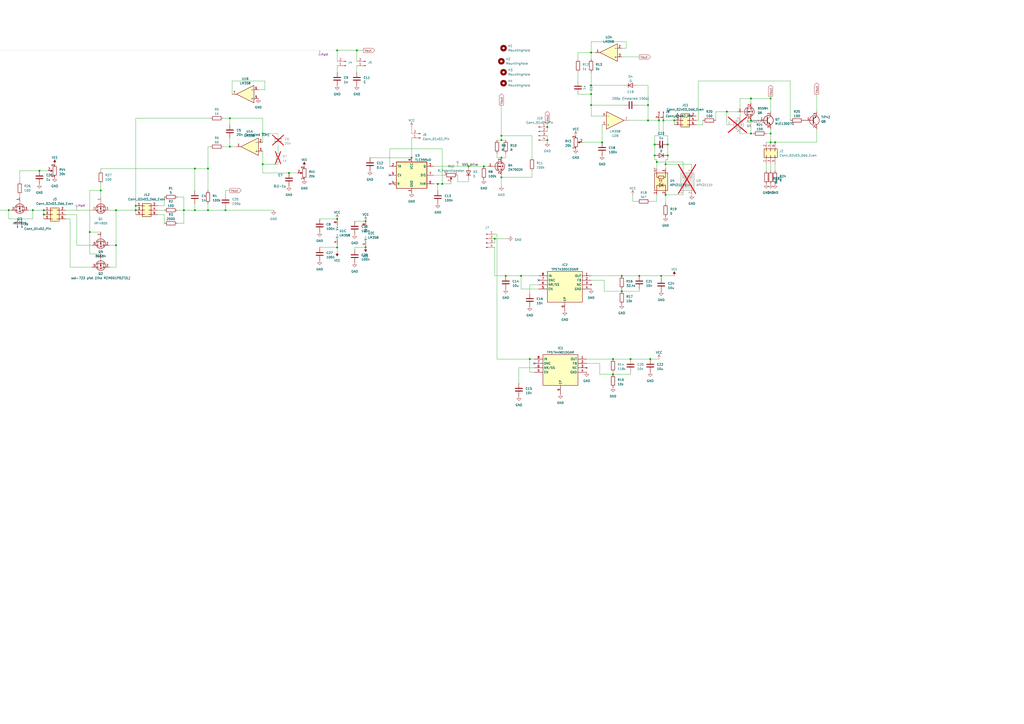
<source format=kicad_sch>
(kicad_sch (version 20230121) (generator eeschema)
  (paper "A2")
  (junction (at 130.81 121.92))
  (junction (at 449.58 82.55))
  (junction (at 167.64 100.33))
  (junction (at -17.78 29.21))
  (junction (at 113.03 121.92))
  (junction (at 421.64 64.77))
  (junction (at 387.35 90.17))
  (junction (at 342.9 49.53))
  (junction (at 383.54 160.02))
  (junction (at 365.76 208.28))
  (junction (at 370.84 160.02))
  (junction (at 290.83 78.74))
  (junction (at -26.67 121.92))
  (junction (at 22.86 99.06))
  (junction (at 293.37 160.02))
  (junction (at 355.6 208.28))
  (junction (at 25.4 124.46))
  (junction (at 195.58 127))
  (junction (at -17.78 121.92))
  (junction (at 58.42 110.49))
  (junction (at 435.61 57.15))
  (junction (at 317.5 73.66))
  (junction (at 271.78 96.52))
  (junction (at 387.35 83.82))
  (junction (at 78.74 121.92))
  (junction (at 307.34 208.28))
  (junction (at 133.35 68.58))
  (junction (at 355.6 217.17))
  (junction (at 120.65 121.92))
  (junction (at 435.61 77.47))
  (junction (at 302.26 160.02))
  (junction (at 435.61 69.85))
  (junction (at -35.56 29.21))
  (junction (at 391.16 69.85))
  (junction (at 447.04 57.15))
  (junction (at 120.65 97.79))
  (junction (at 360.68 168.91))
  (junction (at 379.73 83.82))
  (junction (at 67.31 121.92))
  (junction (at 290.83 102.87))
  (junction (at 67.31 142.24))
  (junction (at -26.67 29.21))
  (junction (at 106.68 121.92))
  (junction (at 317.5 81.28))
  (junction (at 447.04 82.55))
  (junction (at 212.09 143.51))
  (junction (at 195.58 143.51))
  (junction (at 342.9 54.61))
  (junction (at 375.92 60.96))
  (junction (at 360.68 160.02))
  (junction (at 52.07 134.62))
  (junction (at 152.4 77.47))
  (junction (at 25.4 121.92))
  (junction (at 342.9 60.96))
  (junction (at -45.72 60.96))
  (junction (at 238.76 91.44))
  (junction (at 382.27 69.85))
  (junction (at 152.4 95.25))
  (junction (at 290.83 91.44))
  (junction (at 377.19 208.28))
  (junction (at 375.92 69.85))
  (junction (at 386.08 95.25))
  (junction (at 379.73 90.17))
  (junction (at 19.05 121.92))
  (junction (at 381 93.98))
  (junction (at 212.09 128.27))
  (junction (at 133.35 85.09))
  (junction (at 287.02 138.43))
  (junction (at 113.03 97.79))
  (junction (at 280.67 96.52))
  (junction (at -45.72 121.92))
  (junction (at 256.54 106.68))
  (junction (at 386.08 113.03))
  (junction (at 195.58 29.21))
  (junction (at 447.04 77.47))
  (junction (at 207.01 29.21))
  (junction (at 290.83 81.28))
  (junction (at -53.34 58.42))
  (junction (at 5.08 121.92))
  (junction (at 78.74 119.38))
  (junction (at 384.81 69.85))
  (junction (at 342.9 30.48))
  (junction (at 254 106.68))
  (junction (at 349.25 82.55))
  (junction (at -35.56 121.92))
  (no_connect (at 226.06 101.6))
  (no_connect (at 226.06 106.68))
  (no_connect (at 309.88 210.82))
  (no_connect (at 312.42 162.56))
  (wire (pts (xy -35.56 29.21) (xy -35.56 43.18)))
  (wire (pts (xy 152.4 77.47) (xy 152.4 68.58)))
  (wire (pts (xy 106.68 114.3) (xy 106.68 121.92)))
  (wire (pts (xy 287.02 138.43) (xy 287.02 140.97)))
  (wire (pts (xy 302.26 167.64) (xy 302.26 160.02)))
  (wire (pts (xy 133.35 68.58) (xy 133.35 72.39)))
  (wire (pts (xy 379.73 78.74) (xy 379.73 83.82)))
  (wire (pts (xy 375.92 69.85) (xy 375.92 60.96)))
  (wire (pts (xy 205.74 128.27) (xy 212.09 128.27)))
  (wire (pts (xy 16.51 121.92) (xy 19.05 121.92)))
  (wire (pts (xy 134.62 46.99) (xy 134.62 54.61)))
  (wire (pts (xy -45.72 60.96) (xy -45.72 66.04)))
  (wire (pts (xy 382.27 69.85) (xy 382.27 78.74)))
  (wire (pts (xy 447.04 77.47) (xy 447.04 82.55)))
  (wire (pts (xy 254 106.68) (xy 251.46 106.68)))
  (wire (pts (xy 342.9 60.96) (xy 361.95 60.96)))
  (wire (pts (xy 387.35 92.71) (xy 387.35 90.17)))
  (wire (pts (xy 129.54 68.58) (xy 133.35 68.58)))
  (wire (pts (xy -26.67 121.92) (xy -17.78 121.92)))
  (wire (pts (xy 387.35 83.82) (xy 387.35 78.74)))
  (wire (pts (xy 308.61 99.06) (xy 308.61 102.87)))
  (wire (pts (xy 113.03 97.79) (xy 113.03 110.49)))
  (wire (pts (xy 308.61 78.74) (xy 290.83 78.74)))
  (wire (pts (xy 102.87 129.54) (xy 106.68 129.54)))
  (wire (pts (xy 384.81 69.85) (xy 391.16 69.85)))
  (wire (pts (xy 102.87 121.92) (xy 106.68 121.92)))
  (wire (pts (xy 360.68 33.02) (xy 370.84 33.02)))
  (wire (pts (xy -53.34 73.66) (xy -53.34 121.92)))
  (wire (pts (xy 149.86 52.07) (xy 153.67 52.07)))
  (wire (pts (xy 205.74 143.51) (xy 205.74 144.78)))
  (wire (pts (xy 365.76 208.28) (xy 377.19 208.28)))
  (wire (pts (xy 429.26 57.15) (xy 435.61 57.15)))
  (wire (pts (xy 381 116.84) (xy 381 113.03)))
  (wire (pts (xy -55.88 58.42) (xy -53.34 58.42)))
  (wire (pts (xy 152.4 100.33) (xy 167.64 100.33)))
  (wire (pts (xy 167.64 100.33) (xy 172.72 100.33)))
  (wire (pts (xy 447.04 74.93) (xy 447.04 77.47)))
  (wire (pts (xy 387.35 83.82) (xy 387.35 90.17)))
  (wire (pts (xy 130.81 110.49) (xy 133.35 110.49)))
  (wire (pts (xy 287.02 135.89) (xy 288.29 135.89)))
  (wire (pts (xy 91.44 119.38) (xy 95.25 119.38)))
  (wire (pts (xy 449.58 82.55) (xy 473.71 82.55)))
  (wire (pts (xy 342.9 41.91) (xy 342.9 49.53)))
  (wire (pts (xy 78.74 119.38) (xy 78.74 121.92)))
  (wire (pts (xy 120.65 85.09) (xy 120.65 97.79)))
  (wire (pts (xy 473.71 74.93) (xy 473.71 82.55)))
  (wire (pts (xy 185.42 143.51) (xy 195.58 143.51)))
  (wire (pts (xy 435.61 69.85) (xy 435.61 77.47)))
  (wire (pts (xy 386.08 113.03) (xy 386.08 118.11)))
  (wire (pts (xy 342.9 49.53) (xy 361.95 49.53)))
  (wire (pts (xy -17.78 121.92) (xy 5.08 121.92)))
  (wire (pts (xy 287.02 143.51) (xy 287.02 160.02)))
  (wire (pts (xy 369.57 60.96) (xy 375.92 60.96)))
  (wire (pts (xy 95.25 124.46) (xy 91.44 124.46)))
  (wire (pts (xy 382.27 78.74) (xy 379.73 78.74)))
  (wire (pts (xy 360.68 27.94) (xy 363.22 27.94)))
  (wire (pts (xy 355.6 208.28) (xy 365.76 208.28)))
  (wire (pts (xy 383.54 160.02) (xy 383.54 161.29)))
  (wire (pts (xy 317.5 73.66) (xy 317.5 76.2)))
  (wire (pts (xy 307.34 208.28) (xy 307.34 215.9)))
  (wire (pts (xy 427.99 64.77) (xy 421.64 64.77)))
  (wire (pts (xy 396.24 93.98) (xy 396.24 97.79)))
  (wire (pts (xy 265.43 101.6) (xy 265.43 105.41)))
  (wire (pts (xy 78.74 68.58) (xy 121.92 68.58)))
  (wire (pts (xy 238.76 80.01) (xy 238.76 91.44)))
  (wire (pts (xy 58.42 99.06) (xy 58.42 97.79)))
  (wire (pts (xy 308.61 91.44) (xy 308.61 78.74)))
  (wire (pts (xy 383.54 160.02) (xy 391.16 160.02)))
  (wire (pts (xy 95.25 119.38) (xy 95.25 114.3)))
  (wire (pts (xy 152.4 100.33) (xy 152.4 95.25)))
  (wire (pts (xy 120.65 97.79) (xy 120.65 110.49)))
  (wire (pts (xy 67.31 142.24) (xy 67.31 121.92)))
  (wire (pts (xy 449.58 95.25) (xy 449.58 99.06)))
  (wire (pts (xy 106.68 129.54) (xy 106.68 121.92)))
  (wire (pts (xy 355.6 215.9) (xy 355.6 217.17)))
  (wire (pts (xy 290.83 101.6) (xy 290.83 102.87)))
  (wire (pts (xy 290.83 81.28) (xy 293.37 81.28)))
  (wire (pts (xy 293.37 160.02) (xy 302.26 160.02)))
  (wire (pts (xy 19.05 121.92) (xy 25.4 121.92)))
  (wire (pts (xy 25.4 124.46) (xy 25.4 127)))
  (wire (pts (xy 195.58 38.1) (xy 195.58 41.91)))
  (wire (pts (xy 130.81 121.92) (xy 158.75 121.92)))
  (wire (pts (xy 335.28 34.29) (xy 335.28 30.48)))
  (wire (pts (xy 102.87 114.3) (xy 106.68 114.3)))
  (wire (pts (xy 288.29 135.89) (xy 288.29 208.28)))
  (wire (pts (xy 317.5 81.28) (xy 317.5 82.55)))
  (wire (pts (xy 280.67 96.52) (xy 283.21 96.52)))
  (wire (pts (xy 52.07 147.32) (xy 52.07 134.62)))
  (wire (pts (xy 288.29 208.28) (xy 307.34 208.28)))
  (wire (pts (xy 58.42 97.79) (xy 113.03 97.79)))
  (wire (pts (xy 355.6 217.17) (xy 365.76 217.17)))
  (wire (pts (xy 300.99 222.25) (xy 300.99 213.36)))
  (wire (pts (xy 364.49 69.85) (xy 375.92 69.85)))
  (wire (pts (xy 67.31 121.92) (xy 78.74 121.92)))
  (wire (pts (xy 120.65 118.11) (xy 120.65 121.92)))
  (wire (pts (xy 25.4 121.92) (xy 25.4 124.46)))
  (wire (pts (xy 63.5 142.24) (xy 67.31 142.24)))
  (wire (pts (xy 38.1 124.46) (xy 44.45 124.46)))
  (wire (pts (xy 335.28 41.91) (xy 335.28 46.99)))
  (wire (pts (xy 133.35 85.09) (xy 137.16 85.09)))
  (wire (pts (xy 342.9 67.31) (xy 349.25 67.31)))
  (wire (pts (xy 350.52 168.91) (xy 360.68 168.91)))
  (wire (pts (xy 58.42 114.3) (xy 58.42 110.49)))
  (wire (pts (xy 11.43 105.41) (xy 11.43 99.06)))
  (wire (pts (xy 288.29 88.9) (xy 288.29 91.44)))
  (wire (pts (xy 447.04 55.88) (xy 447.04 57.15)))
  (wire (pts (xy -26.67 29.21) (xy -17.78 29.21)))
  (wire (pts (xy 458.47 46.99) (xy 405.13 46.99)))
  (wire (pts (xy 294.64 138.43) (xy 287.02 138.43)))
  (wire (pts (xy 195.58 142.24) (xy 195.58 143.51)))
  (wire (pts (xy 370.84 160.02) (xy 383.54 160.02)))
  (wire (pts (xy 95.25 129.54) (xy 95.25 124.46)))
  (wire (pts (xy 113.03 121.92) (xy 120.65 121.92)))
  (wire (pts (xy 52.07 110.49) (xy 52.07 134.62)))
  (wire (pts (xy 405.13 46.99) (xy 405.13 69.85)))
  (wire (pts (xy 58.42 110.49) (xy 58.42 106.68)))
  (wire (pts (xy 386.08 113.03) (xy 396.24 113.03)))
  (wire (pts (xy 342.9 49.53) (xy 342.9 54.61)))
  (wire (pts (xy 153.67 52.07) (xy 153.67 46.99)))
  (wire (pts (xy 214.63 91.44) (xy 238.76 91.44)))
  (wire (pts (xy 384.81 69.85) (xy 384.81 78.74)))
  (wire (pts (xy 106.68 121.92) (xy 113.03 121.92)))
  (wire (pts (xy 342.9 30.48) (xy 345.44 30.48)))
  (wire (pts (xy 185.42 127) (xy 195.58 127)))
  (wire (pts (xy 302.26 160.02) (xy 312.42 160.02)))
  (wire (pts (xy 312.42 167.64) (xy 302.26 167.64)))
  (wire (pts (xy 447.04 82.55) (xy 449.58 82.55)))
  (wire (pts (xy 58.42 134.62) (xy 52.07 134.62)))
  (wire (pts (xy 120.65 121.92) (xy 130.81 121.92)))
  (wire (pts (xy 386.08 95.25) (xy 386.08 92.71)))
  (wire (pts (xy 161.29 85.09) (xy 161.29 87.63)))
  (wire (pts (xy 340.36 210.82) (xy 347.98 210.82)))
  (wire (pts (xy 38.1 127) (xy 40.64 127)))
  (wire (pts (xy 403.86 72.39) (xy 407.67 72.39)))
  (wire (pts (xy 19.05 127) (xy 19.05 121.92)))
  (wire (pts (xy 152.4 95.25) (xy 152.4 87.63)))
  (wire (pts (xy 307.34 170.18) (xy 307.34 165.1)))
  (wire (pts (xy 317.5 71.12) (xy 317.5 73.66)))
  (wire (pts (xy 360.68 167.64) (xy 360.68 168.91)))
  (wire (pts (xy 335.28 30.48) (xy 342.9 30.48)))
  (wire (pts (xy 40.64 127) (xy 40.64 154.94)))
  (wire (pts (xy 347.98 210.82) (xy 347.98 217.17)))
  (wire (pts (xy -35.56 121.92) (xy -26.67 121.92)))
  (wire (pts (xy 288.29 91.44) (xy 290.83 91.44)))
  (wire (pts (xy 130.81 113.03) (xy 130.81 110.49)))
  (wire (pts (xy 407.67 69.85) (xy 407.67 72.39)))
  (wire (pts (xy 435.61 57.15) (xy 447.04 57.15)))
  (wire (pts (xy 287.02 160.02) (xy 293.37 160.02)))
  (wire (pts (xy 63.5 154.94) (xy 67.31 154.94)))
  (wire (pts (xy 342.9 24.13) (xy 342.9 30.48)))
  (wire (pts (xy 342.9 54.61) (xy 342.9 60.96)))
  (wire (pts (xy 473.71 54.61) (xy 473.71 64.77)))
  (wire (pts (xy 444.5 99.06) (xy 444.5 95.25)))
  (wire (pts (xy 44.45 142.24) (xy 44.45 124.46)))
  (wire (pts (xy 377.19 116.84) (xy 381 116.84)))
  (wire (pts (xy 133.35 80.01) (xy 133.35 85.09)))
  (wire (pts (xy 207.01 29.21) (xy 207.01 35.56)))
  (wire (pts (xy 379.73 83.82) (xy 379.73 90.17)))
  (wire (pts (xy 40.64 154.94) (xy 53.34 154.94)))
  (wire (pts (xy 300.99 213.36) (xy 309.88 213.36)))
  (wire (pts (xy 381 93.98) (xy 381 92.71)))
  (wire (pts (xy 391.16 69.85) (xy 391.16 72.39)))
  (wire (pts (xy 52.07 110.49) (xy 58.42 110.49)))
  (wire (pts (xy 12.7 127) (xy 19.05 127)))
  (wire (pts (xy 133.35 68.58) (xy 152.4 68.58)))
  (wire (pts (xy 130.81 120.65) (xy 130.81 121.92)))
  (wire (pts (xy 261.62 106.68) (xy 261.62 105.41)))
  (wire (pts (xy 5.08 127) (xy 5.08 121.92)))
  (wire (pts (xy 152.4 82.55) (xy 152.4 77.47)))
  (wire (pts (xy 435.61 57.15) (xy 435.61 59.69)))
  (wire (pts (xy 447.04 99.06) (xy 447.04 95.25)))
  (wire (pts (xy 367.03 116.84) (xy 367.03 113.03)))
  (wire (pts (xy 381 93.98) (xy 396.24 93.98)))
  (wire (pts (xy 195.58 29.21) (xy 207.01 29.21)))
  (wire (pts (xy 265.43 105.41) (xy 271.78 105.41)))
  (wire (pts (xy 58.42 147.32) (xy 52.07 147.32)))
  (wire (pts (xy 381 92.71) (xy 379.73 92.71)))
  (wire (pts (xy 337.82 82.55) (xy 349.25 82.55)))
  (wire (pts (xy 256.54 86.36) (xy 256.54 106.68)))
  (wire (pts (xy 369.57 49.53) (xy 375.92 49.53)))
  (wire (pts (xy 365.76 215.9) (xy 365.76 217.17)))
  (wire (pts (xy 195.58 143.51) (xy 195.58 146.05)))
  (wire (pts (xy 113.03 97.79) (xy 120.65 97.79)))
  (wire (pts (xy -26.67 50.8) (xy -26.67 121.92)))
  (wire (pts (xy -26.67 29.21) (xy -26.67 43.18)))
  (wire (pts (xy 205.74 143.51) (xy 212.09 143.51)))
  (wire (pts (xy 238.76 73.66) (xy 238.76 77.47)))
  (wire (pts (xy 342.9 162.56) (xy 350.52 162.56)))
  (wire (pts (xy -53.34 121.92) (xy -45.72 121.92)))
  (wire (pts (xy 335.28 54.61) (xy 342.9 54.61)))
  (wire (pts (xy 444.5 77.47) (xy 447.04 77.47)))
  (wire (pts (xy 369.57 116.84) (xy 367.03 116.84)))
  (wire (pts (xy 386.08 97.79) (xy 386.08 95.25)))
  (wire (pts (xy 10.16 127) (xy 5.08 127)))
  (wire (pts (xy 207.01 38.1) (xy 207.01 41.91)))
  (wire (pts (xy 307.34 165.1) (xy 312.42 165.1)))
  (wire (pts (xy 415.29 64.77) (xy 415.29 69.85)))
  (wire (pts (xy 113.03 118.11) (xy 113.03 121.92)))
  (wire (pts (xy 386.08 95.25) (xy 401.32 95.25)))
  (wire (pts (xy 342.9 160.02) (xy 360.68 160.02)))
  (wire (pts (xy -49.53 29.21) (xy -35.56 29.21)))
  (wire (pts (xy -45.72 58.42) (xy -45.72 60.96)))
  (wire (pts (xy 129.54 85.09) (xy 133.35 85.09)))
  (wire (pts (xy 342.9 60.96) (xy 342.9 67.31)))
  (wire (pts (xy 290.83 60.96) (xy 290.83 78.74)))
  (wire (pts (xy 254 106.68) (xy 254 110.49)))
  (wire (pts (xy 78.74 121.92) (xy 78.74 124.46)))
  (wire (pts (xy 360.68 168.91) (xy 370.84 168.91)))
  (wire (pts (xy 387.35 78.74) (xy 384.81 78.74)))
  (wire (pts (xy 342.9 30.48) (xy 342.9 34.29)))
  (wire (pts (xy 226.06 96.52) (xy 226.06 86.36)))
  (wire (pts (xy 458.47 69.85) (xy 458.47 46.99)))
  (wire (pts (xy -49.53 29.21) (xy -49.53 30.48)))
  (wire (pts (xy 405.13 69.85) (xy 403.86 69.85)))
  (wire (pts (xy -45.72 121.92) (xy -35.56 121.92)))
  (wire (pts (xy 347.98 217.17) (xy 355.6 217.17)))
  (wire (pts (xy -17.78 52.07) (xy -17.78 121.92)))
  (wire (pts (xy 78.74 68.58) (xy 78.74 119.38)))
  (wire (pts (xy 251.46 101.6) (xy 257.81 101.6)))
  (wire (pts (xy 121.92 85.09) (xy 120.65 85.09)))
  (wire (pts (xy 379.73 90.17) (xy 379.73 92.71)))
  (wire (pts (xy 152.4 95.25) (xy 161.29 95.25)))
  (wire (pts (xy 447.04 57.15) (xy 447.04 64.77)))
  (wire (pts (xy 444.5 82.55) (xy 447.04 82.55)))
  (wire (pts (xy 251.46 96.52) (xy 271.78 96.52)))
  (wire (pts (xy 401.32 95.25) (xy 401.32 97.79)))
  (wire (pts (xy 308.61 102.87) (xy 290.83 102.87)))
  (wire (pts (xy 350.52 162.56) (xy 350.52 168.91)))
  (wire (pts (xy 67.31 154.94) (xy 67.31 142.24)))
  (wire (pts (xy 153.67 46.99) (xy 134.62 46.99)))
  (wire (pts (xy 377.19 208.28) (xy 382.27 208.28)))
  (wire (pts (xy 256.54 106.68) (xy 261.62 106.68)))
  (wire (pts (xy -17.78 29.21) (xy 195.58 29.21)) (stroke (width 0) (type dot)))
  (wire (pts (xy 391.16 67.31) (xy 391.16 69.85)))
  (wire (pts (xy 11.43 114.3) (xy 11.43 113.03)))
  (wire (pts (xy 349.25 82.55) (xy 349.25 72.39)))
  (wire (pts (xy -53.34 58.42) (xy -53.34 66.04)))
  (wire (pts (xy 375.92 69.85) (xy 382.27 69.85)))
  (wire (pts (xy 307.34 208.28) (xy 309.88 208.28)))
  (wire (pts (xy 11.43 99.06) (xy 22.86 99.06)))
  (wire (pts (xy 22.86 99.06) (xy 27.94 99.06)))
  (wire (pts (xy 91.44 121.92) (xy 95.25 121.92)))
  (wire (pts (xy 429.26 77.47) (xy 435.61 77.47)))
  (wire (pts (xy 317.5 78.74) (xy 317.5 81.28)))
  (wire (pts (xy 293.37 91.44) (xy 290.83 91.44)))
  (wire (pts (xy 340.36 208.28) (xy 355.6 208.28)))
  (wire (pts (xy 38.1 121.92) (xy 53.34 121.92)))
  (wire (pts (xy 5.08 121.92) (xy 6.35 121.92)))
  (wire (pts (xy 421.64 64.77) (xy 421.64 72.39)))
  (wire (pts (xy 429.26 57.15) (xy 429.26 67.31)))
  (wire (pts (xy 271.78 105.41) (xy 271.78 104.14)))
  (wire (pts (xy 363.22 27.94) (xy 363.22 24.13)))
  (wire (pts (xy 435.61 77.47) (xy 436.88 77.47)))
  (wire (pts (xy 290.83 78.74) (xy 290.83 81.28)))
  (wire (pts (xy 363.22 24.13) (xy 342.9 24.13)))
  (wire (pts (xy 152.4 77.47) (xy 161.29 77.47)))
  (wire (pts (xy -45.72 73.66) (xy -45.72 121.92)))
  (wire (pts (xy -17.78 29.21) (xy -17.78 44.45)))
  (wire (pts (xy 290.83 102.87) (xy 290.83 107.95)))
  (wire (pts (xy 288.29 81.28) (xy 290.83 81.28)))
  (wire (pts (xy 63.5 121.92) (xy 67.31 121.92)))
  (wire (pts (xy 44.45 142.24) (xy 53.34 142.24)))
  (wire (pts (xy 293.37 88.9) (xy 293.37 91.44)))
  (wire (pts (xy 370.84 167.64) (xy 370.84 168.91)))
  (wire (pts (xy -35.56 50.8) (xy -35.56 121.92)))
  (wire (pts (xy 386.08 92.71) (xy 387.35 92.71)))
  (wire (pts (xy 375.92 49.53) (xy 375.92 60.96)))
  (wire (pts (xy 360.68 160.02) (xy 370.84 160.02)))
  (wire (pts (xy 254 106.68) (xy 256.54 106.68)))
  (wire (pts (xy 271.78 96.52) (xy 280.67 96.52)))
  (wire (pts (xy 226.06 86.36) (xy 256.54 86.36)))
  (wire (pts (xy 381 97.79) (xy 381 93.98)))
  (wire (pts (xy 435.61 69.85) (xy 439.42 69.85)))
  (wire (pts (xy 309.88 215.9) (xy 307.34 215.9)))
  (wire (pts (xy 207.01 29.21) (xy 210.82 29.21)))
  (wire (pts (xy -35.56 29.21) (xy -26.67 29.21)))
  (wire (pts (xy -55.88 60.96) (xy -45.72 60.96)))
  (wire (pts (xy 421.64 64.77) (xy 415.29 64.77)))
  (wire (pts (xy 195.58 29.21) (xy 195.58 35.56)))
  (label "555_drive" (at 267.97 96.52 0))
  (global_label "Vout" (shape output) (at 317.5 71.12 90) (property "Intersheetrefs" "${INTERSHEET_REFS}" (effects hide)))
  (global_label "Vout" (shape output) (at 210.82 29.21 0) (property "Intersheetrefs" "${INTERSHEET_REFS}" (effects hide)))
  (global_label "Vout" (shape output) (at 370.84 33.02 0) (property "Intersheetrefs" "${INTERSHEET_REFS}" (effects hide)))
  (global_label "Vout" (shape output) (at 133.35 110.49 0) (property "Intersheetrefs" "${INTERSHEET_REFS}" (effects hide)))
  (global_label "Vout" (shape output) (at 447.04 55.88 90) (property "Intersheetrefs" "${INTERSHEET_REFS}" (effects hide)))
  (global_label "Vout" (shape output) (at 473.71 54.61 90) (property "Intersheetrefs" "${INTERSHEET_REFS}" (effects hide)))
  (global_label "Vout" (shape output) (at 290.83 60.96 90) (property "Intersheetrefs" "${INTERSHEET_REFS}" (effects hide)))
  (netclass_flag "" (length 2.54) (shape round) (at 44.45 121.92 0) (property "Netclass" "PWR" (at 45.1485 119.38 0) (effects (font italic) (justify left))))
  (netclass_flag "" (length 2.54) (shape round) (at 185.42 29.21 180) (property "Netclass" "PWR" (at 186.1185 31.75 0) (effects (font italic) (justify left))))
  (netclass_flag "" (length 2.54) (shape round) (at 265.43 96.52 0))
  (symbol (lib_id "Device:R") (at 99.06 114.3 90) (unit 1)
    (property "Reference" "R1" (at 99.06 109.22 90))
    (property "Value" "5" (at 99.06 111.76 90))
    (property "Footprint" "Resistor_THT:R_Axial_DIN0207_L6.3mm_D2.5mm_P5.08mm_Vertical" (effects hide))
  )
  (symbol (lib_id "Transistor_FET:BSS84") (at 433.07 64.77 0) (mirror x) (unit 1)
    (property "Reference" "Q6" (at 439.42 65.405 0) (effects (justify left)))
    (property "Value" "BSS84" (at 439.42 62.865 0) (effects (justify left)))
    (property "Footprint" "Package_TO_SOT_SMD:SOT-23" (effects hide))
    (property "Datasheet" "http://assets.nexperia.com/documents/data-sheet/BSS84.pdf" (effects hide))
  )
  (symbol (lib_id "power:GND") (at 449.58 106.68 0) (unit 1)
    (property "Reference" "#PWR039" (effects hide))
    (property "Value" "GND" (at 449.58 111.76 0))
  )
  (symbol (lib_id "Device:C") (at 133.35 76.2 0) (unit 1)
    (property "Reference" "C5" (at 137.16 75.565 0) (effects (justify left)))
    (property "Value" "20n (installed 33n)" (at 137.16 78.105 0) (effects (justify left)))
    (property "Footprint" "Capacitor_SMD:C_0603_1608Metric" (effects hide))
  )
  (symbol (lib_id "Device:C") (at 130.81 116.84 180) (unit 1)
    (property "Reference" "C25" (at 134.62 115.57 0) (effects (justify right)))
    (property "Value" "150p" (at 134.62 118.11 0) (effects (justify right)))
    (property "Footprint" "Capacitor_SMD:C_0603_1608Metric" (effects hide))
  )
  (symbol (lib_id "Device:R") (at 161.29 91.44 180) (unit 1) (dnp yes)
    (property "Reference" "R7" (at 163.83 90.805 0) (effects (justify right)))
    (property "Value" "1K" (at 163.83 93.345 0) (effects (justify right)))
    (property "Footprint" "Resistor_SMD:R_0603_1608Metric" (effects hide))
  )
  (symbol (lib_id "Amplifier_Operational:LM358") (at 144.78 85.09 180) (unit 1)
    (property "Reference" "U1" (at 144.78 76.2 0))
    (property "Value" "LM358" (at 144.78 78.74 0))
    (property "Footprint" "Package_SO:SO-8_3.9x4.9mm_P1.27mm" (effects hide))
    (property "Datasheet" "http://www.ti.com/lit/ds/symlink/lm2904-n.pdf" (effects hide))
  )
  (symbol (lib_id "TPS7A4901DGNR:TPS7A4901DGNR") (at 340.36 208.28 0) (mirror y) (unit 1)
    (property "Reference" "IC1" (at 325.12 201.93 0))
    (property "Value" "TPS7A4901DGNR" (at 325.12 204.47 0))
    (property "Footprint" "mine:SOP65P490X110-9N" (effects hide))
    (property "Datasheet" "http://www.ti.com/lit/ds/sbvs121b/sbvs121b.pdf" (effects hide))
    (property "Height" "1.1" (effects hide))
    (property "Mouser Part Number" "595-TPS7A4901DGNR" (effects hide))
    (property "Mouser Price/Stock" "https://www.mouser.co.uk/ProductDetail/Texas-Instruments/TPS7A4901DGNR?qs=Ze4%2FuFuz19J1%252B3gTImnAgQ%3D%3D" (effects hide))
    (property "Manufacturer_Name" "Texas Instruments" (effects hide))
    (property "Manufacturer_Part_Number" "TPS7A4901DGNR" (effects hide))
  )
  (symbol (lib_id "Device:R") (at 99.06 129.54 90) (unit 1)
    (property "Reference" "R3" (at 99.06 124.46 90))
    (property "Value" "2000" (at 99.06 127 90))
    (property "Footprint" "Resistor_SMD:R_0603_1608Metric" (effects hide))
  )
  (symbol (lib_id "Mechanical:MountingHole") (at 290.83 35.56 0) (unit 1)
    (property "Reference" "H2" (at 293.37 34.29 0) (effects (justify left)))
    (property "Value" "MountingHole" (at 293.37 36.83 0) (effects (justify left)))
    (property "Footprint" "MountingHole:MountingHole_3.2mm_M3" (effects hide))
  )
  (symbol (lib_id "power:VEE") (at 31.75 95.25 0) (unit 1)
    (property "Reference" "#PWR040" (effects hide))
    (property "Value" "VEE" (at 31.75 91.44 0))
  )
  (symbol (lib_id "Amplifier_Operational:LM358") (at 198.12 134.62 0) (unit 3)
    (property "Reference" "U1" (at 196.85 133.985 0) (effects (justify left)))
    (property "Value" "LM358" (at 196.85 136.525 0) (effects (justify left)))
    (property "Footprint" "Package_SO:SO-8_3.9x4.9mm_P1.27mm" (effects hide))
    (property "Datasheet" "http://www.ti.com/lit/ds/symlink/lm2904-n.pdf" (effects hide))
  )
  (symbol (lib_id "power:GND") (at 349.25 90.17 0) (unit 1)
    (property "Reference" "#PWR027" (effects hide))
    (property "Value" "GND" (at 349.25 95.25 0))
  )
  (symbol (lib_id "Device:C") (at 254 114.3 0) (unit 1)
    (property "Reference" "C13" (at 257.81 113.665 0) (effects (justify left)))
    (property "Value" "100n" (at 257.81 116.205 0) (effects (justify left)))
    (property "Footprint" "Capacitor_SMD:C_0805_2012Metric" (effects hide))
  )
  (symbol (lib_id "power:GND") (at 176.53 104.14 0) (unit 1)
    (property "Reference" "#PWR04" (effects hide))
    (property "Value" "GND" (at 176.53 109.22 0))
  )
  (symbol (lib_id "Device:R_Potentiometer") (at 31.75 99.06 180) (unit 1)
    (property "Reference" "RV4" (at 34.29 98.425 0) (effects (justify right)))
    (property "Value" "20k" (at 34.29 100.965 0) (effects (justify right)))
    (property "Footprint" "Potentiometer_THT:Potentiometer_Bourns_3296W_Vertical" (effects hide))
  )
  (symbol (lib_id "Device:C") (at 205.74 132.08 0) (unit 1)
    (property "Reference" "C10" (at 209.55 131.445 0) (effects (justify left)))
    (property "Value" "100n" (at 209.55 133.985 0) (effects (justify left)))
    (property "Footprint" "Capacitor_SMD:C_0603_1608Metric" (effects hide))
  )
  (symbol (lib_id "power:VCC") (at 195.58 127 0) (unit 1)
    (property "Reference" "#PWR06" (effects hide))
    (property "Value" "VCC" (at 195.58 123.19 0))
  )
  (symbol (lib_id "Amplifier_Operational:LM358") (at 142.24 54.61 180) (unit 2)
    (property "Reference" "U1" (at 142.24 45.72 0))
    (property "Value" "LM358" (at 142.24 48.26 0))
    (property "Footprint" "Package_SO:SO-8_3.9x4.9mm_P1.27mm" (effects hide))
    (property "Datasheet" "http://www.ti.com/lit/ds/symlink/lm2904-n.pdf" (effects hide))
  )
  (symbol (lib_id "power:GND") (at 383.54 168.91 0) (mirror y) (unit 1)
    (property "Reference" "#PWR033" (effects hide))
    (property "Value" "GND" (at 383.54 173.99 0))
  )
  (symbol (lib_id "Connector:Conn_01x02_Pin") (at 200.66 38.1 180) (unit 1)
    (property "Reference" "J4" (at 201.93 36.195 0) (effects (justify right)))
    (property "Value" "Conn_01x02_Pin" (effects hide))
    (property "Footprint" "Connector_PinHeader_2.54mm:PinHeader_1x02_P2.54mm_Vertical" (effects hide))
  )
  (symbol (lib_id "power:GND") (at 207.01 49.53 0) (unit 1)
    (property "Reference" "#PWR08" (effects hide))
    (property "Value" "GND" (at 207.01 54.61 0))
  )
  (symbol (lib_id "Transistor_FET:2N7002K") (at 288.29 96.52 0) (unit 1)
    (property "Reference" "Q4" (at 294.64 95.885 0) (effects (justify left)))
    (property "Value" "2N7002K" (at 294.64 98.425 0) (effects (justify left)))
    (property "Footprint" "Package_TO_SOT_SMD:SOT-23" (effects hide))
    (property "Datasheet" "https://www.diodes.com/assets/Datasheets/ds30896.pdf" (effects hide))
  )
  (symbol (lib_id "Device:C") (at 205.74 148.59 0) (unit 1)
    (property "Reference" "C28" (at 209.55 147.955 0) (effects (justify left)))
    (property "Value" "100n" (at 209.55 150.495 0) (effects (justify left)))
    (property "Footprint" "Capacitor_SMD:C_0603_1608Metric" (effects hide))
  )
  (symbol (lib_id "Transistor_FET:BSS84") (at 58.42 152.4 90) (mirror x) (unit 1)
    (property "Reference" "Q2" (at 58.42 158.75 90))
    (property "Value" "sot-723 pfet (like RZM001P02T2L)" (at 58.42 161.29 90))
    (property "Footprint" "Package_TO_SOT_SMD:SOT-723" (effects hide))
  )
  (symbol (lib_id "Isolator:NSL-32") (at 398.78 105.41 90) (unit 1) (dnp yes)
    (property "Reference" "U5" (at 403.86 104.775 90) (effects (justify right)))
    (property "Value" "APV2111V" (at 403.86 107.315 90) (effects (justify right)))
    (property "Footprint" "OptoDevice:Panasonic_APV-AQY_SSOP-4_4.45x2.65mm_P1.27mm" (effects hide))
    (property "Datasheet" "http://lunainc.com/wp-content/uploads/2016/06/NSL-32.pdf" (effects hide))
  )
  (symbol (lib_id "power:VCC") (at 382.27 208.28 0) (unit 1)
    (property "Reference" "#PWR032" (effects hide))
    (property "Value" "VCC" (at 382.27 204.47 0))
  )
  (symbol (lib_id "Device:R") (at 440.69 77.47 270) (unit 1)
    (property "Reference" "R21" (at 440.69 72.39 90))
    (property "Value" "100" (at 440.69 74.93 90))
    (property "Footprint" "Resistor_SMD:R_0603_1608Metric" (effects hide))
  )
  (symbol (lib_id "power:GND") (at 444.5 106.68 0) (unit 1)
    (property "Reference" "#PWR037" (effects hide))
    (property "Value" "GND" (at 444.5 111.76 0))
  )
  (symbol (lib_id "Connector_Generic:Conn_02x03_Odd_Even") (at 447.04 90.17 90) (unit 1)
    (property "Reference" "J2" (at 452.12 87.63 90) (effects (justify right)))
    (property "Value" "Conn_02x03_Odd_Even" (at 452.12 90.17 90) (effects (justify right)))
    (property "Footprint" "Connector_PinHeader_2.54mm:PinHeader_2x03_P2.54mm_Vertical" (effects hide))
  )
  (symbol (lib_id "power:VCC") (at 238.76 73.66 0) (unit 1)
    (property "Reference" "#PWR012" (effects hide))
    (property "Value" "VCC" (at 238.76 69.85 0))
  )
  (symbol (lib_id "power:VEE") (at 176.53 96.52 0) (unit 1)
    (property "Reference" "#PWR03" (effects hide))
    (property "Value" "VEE" (at 176.53 92.71 0))
  )
  (symbol (lib_id "power:GND") (at 340.36 215.9 0) (mirror y) (unit 1)
    (property "Reference" "#PWR025" (effects hide))
    (property "Value" "GND" (at 340.36 220.98 0))
  )
  (symbol (lib_id "Device:C") (at 335.28 50.8 0) (unit 1)
    (property "Reference" "C17" (at 342.9 50.8 90))
    (property "Value" "1n" (at 339.09 50.8 90))
    (property "Footprint" "Capacitor_SMD:C_0805_2012Metric" (effects hide))
  )
  (symbol (lib_id "Isolator:NSL-32") (at 383.54 105.41 90) (unit 1)
    (property "Reference" "U4" (at 388.62 104.775 90) (effects (justify right)))
    (property "Value" "APV2111V" (at 388.62 107.315 90) (effects (justify right)))
    (property "Footprint" "OptoDevice:Panasonic_APV-AQY_SSOP-4_4.45x2.65mm_P1.27mm" (effects hide))
    (property "Datasheet" "http://lunainc.com/wp-content/uploads/2016/06/NSL-32.pdf" (effects hide))
  )
  (symbol (lib_id "power:GND") (at 280.67 104.14 0) (unit 1)
    (property "Reference" "#PWR015" (effects hide))
    (property "Value" "GND" (at 280.67 109.22 0))
  )
  (symbol (lib_id "Device:R") (at 386.08 121.92 180) (unit 1)
    (property "Reference" "R19" (at 388.62 121.285 0) (effects (justify right)))
    (property "Value" "0" (at 388.62 123.825 0) (effects (justify right)))
    (property "Footprint" "Resistor_SMD:R_0603_1608Metric" (effects hide))
  )
  (symbol (lib_id "power:VEE") (at 212.09 143.51 180) (unit 1)
    (property "Reference" "#PWR010" (effects hide))
    (property "Value" "VEE" (at 212.09 148.59 0))
  )
  (symbol (lib_id "power:GND") (at 293.37 167.64 0) (mirror y) (unit 1)
    (property "Reference" "#PWR017" (effects hide))
    (property "Value" "GND" (at 293.37 172.72 0))
  )
  (symbol (lib_id "power:VCC") (at 334.01 78.74 0) (unit 1)
    (property "Reference" "#PWR023" (effects hide))
    (property "Value" "VCC" (at 334.01 74.93 0))
  )
  (symbol (lib_id "power:GND") (at 317.5 82.55 0) (unit 1)
    (property "Reference" "#PWR047" (effects hide))
    (property "Value" "GND" (at 317.5 87.63 0))
  )
  (symbol (lib_id "Device:C") (at 293.37 163.83 0) (unit 1)
    (property "Reference" "C14" (at 297.18 163.195 0) (effects (justify left)))
    (property "Value" "10u" (at 297.18 165.735 0) (effects (justify left)))
    (property "Footprint" "Capacitor_SMD:C_0603_1608Metric" (effects hide))
  )
  (symbol (lib_id "power:VCC") (at 367.03 113.03 0) (unit 1)
    (property "Reference" "#PWR030" (effects hide))
    (property "Value" "VCC" (at 367.03 109.22 0))
  )
  (symbol (lib_id "Device:R_Potentiometer") (at 334.01 82.55 0) (mirror x) (unit 1)
    (property "Reference" "RV3" (at 331.47 81.915 0) (effects (justify right)))
    (property "Value" "20k" (at 331.47 84.455 0) (effects (justify right)))
    (property "Footprint" "Potentiometer_THT:Potentiometer_Bourns_3296W_Vertical" (effects hide))
  )
  (symbol (lib_id "power:GND") (at 401.32 113.03 0) (unit 1)
    (property "Reference" "#PWR036" (effects hide))
    (property "Value" "GND" (at 401.32 118.11 0))
  )
  (symbol (lib_id "power:GND") (at 355.6 224.79 0) (mirror y) (unit 1)
    (property "Reference" "#PWR028" (effects hide))
    (property "Value" "GND" (at 355.6 229.87 0))
  )
  (symbol (lib_id "Transistor_BJT:MJE13007G") (at 444.5 69.85 0) (unit 1)
    (property "Reference" "Q7" (at 449.58 69.215 0) (effects (justify left)))
    (property "Value" "MJE13007G" (at 449.58 71.755 0) (effects (justify left)))
    (property "Footprint" "Package_TO_SOT_THT:TO-220-3_Vertical" (effects hide))
    (property "Datasheet" "http://www.onsemi.com/pub_link/Collateral/MJE13007-D.PDF" (effects hide))
  )
  (symbol (lib_id "Device:R") (at 411.48 69.85 270) (unit 1)
    (property "Reference" "R20" (at 411.48 64.77 90))
    (property "Value" "100" (at 411.48 67.31 90))
    (property "Footprint" "Resistor_SMD:R_0603_1608Metric" (effects hide))
  )
  (symbol (lib_id "Connector:Screw_Terminal_01x02") (at -60.96 60.96 180) (unit 1)
    (property "Reference" "J1" (at -60.96 53.34 0))
    (property "Value" "Screw_Terminal_01x02" (at -92.71 55.88 0))
    (property "Footprint" "TerminalBlock:TerminalBlock_bornier-2_P5.08mm" (effects hide))
  )
  (symbol (lib_id "Connector_Generic:Conn_02x03_Odd_Even") (at 83.82 121.92 0) (unit 1)
    (property "Reference" "J12" (at 85.09 113.03 0))
    (property "Value" "Conn_02x03_Odd_Even" (at 85.09 115.57 0))
    (property "Footprint" "Connector_PinHeader_2.54mm:PinHeader_2x03_P2.54mm_Vertical" (effects hide))
  )
  (symbol (lib_id "Device:C") (at 370.84 163.83 0) (unit 1)
    (property "Reference" "C21" (at 374.65 163.195 0) (effects (justify left)))
    (property "Value" "10n" (at 374.65 165.735 0) (effects (justify left)))
    (property "Footprint" "Capacitor_SMD:C_0603_1608Metric" (effects hide))
  )
  (symbol (lib_id "power:GND") (at 158.75 121.92 0) (unit 1)
    (property "Reference" "#PWR01" (effects hide))
    (property "Value" "GND" (at 158.75 127 0))
  )
  (symbol (lib_id "Device:R") (at 288.29 85.09 0) (unit 1)
    (property "Reference" "R9" (at 290.83 84.455 0) (effects (justify left)))
    (property "Value" "R" (at 290.83 86.995 0) (effects (justify left)))
    (property "Footprint" "Resistor_SMD:R_1206_3216Metric" (effects hide))
  )
  (symbol (lib_id "Device:R") (at 373.38 116.84 90) (unit 1)
    (property "Reference" "R18" (at 373.38 111.76 90))
    (property "Value" "5k*" (at 373.38 114.3 90))
    (property "Footprint" "Resistor_SMD:R_0603_1608Metric" (effects hide))
  )
  (symbol (lib_id "power:GND") (at 185.42 134.62 0) (unit 1)
    (property "Reference" "#PWR043" (effects hide))
    (property "Value" "GND" (at 185.42 139.7 0))
  )
  (symbol (lib_id "Device:R") (at 360.68 172.72 180) (unit 1)
    (property "Reference" "R17" (at 363.22 172.085 0) (effects (justify right)))
    (property "Value" "10k" (at 363.22 174.625 0) (effects (justify right)))
    (property "Footprint" "Resistor_SMD:R_0603_1608Metric" (effects hide))
  )
  (symbol (lib_id "power:GND") (at 205.74 135.89 0) (unit 1)
    (property "Reference" "#PWR044" (effects hide))
    (property "Value" "GND" (at 205.74 140.97 0))
  )
  (symbol (lib_id "Device:R_Potentiometer") (at 176.53 100.33 180) (unit 1)
    (property "Reference" "RV1" (at 179.07 99.695 0) (effects (justify right)))
    (property "Value" "20k" (at 179.07 102.235 0) (effects (justify right)))
    (property "Footprint" "Potentiometer_THT:Potentiometer_Bourns_3296W_Vertical" (effects hide))
  )
  (symbol (lib_id "Device:C") (at 349.25 86.36 0) (unit 1)
    (property "Reference" "C18" (at 353.06 85.725 0) (effects (justify left)))
    (property "Value" "100n" (at 353.06 88.265 0) (effects (justify left)))
    (property "Footprint" "Capacitor_SMD:C_0805_2012Metric" (effects hide))
  )
  (symbol (lib_id "Transistor_FET:IRF4905") (at 11.43 119.38 90) (mirror x) (unit 1)
    (property "Reference" "Q3" (at 11.43 127 90))
    (property "Value" "IRF4905" (at 11.43 129.54 90))
    (property "Footprint" "Package_TO_SOT_THT:TO-220-3_Vertical" (effects hide))
    (property "Datasheet" "http://www.infineon.com/dgdl/irf4905.pdf?fileId=5546d462533600a4015355e32165197c" (effects hide))
  )
  (symbol (lib_id "power:GND") (at 167.64 107.95 0) (unit 1)
    (property "Reference" "#PWR02" (effects hide))
    (property "Value" "GND" (at 167.64 113.03 0))
  )
  (symbol (lib_id "Device:C") (at 113.03 114.3 0) (unit 1)
    (property "Reference" "C4" (at 116.84 113.665 0) (effects (justify left)))
    (property "Value" "1n" (at 116.84 116.205 0) (effects (justify left)))
    (property "Footprint" "Capacitor_SMD:C_0603_1608Metric" (effects hide))
  )
  (symbol (lib_id "power:GND") (at 377.19 215.9 0) (mirror y) (unit 1)
    (property "Reference" "#PWR031" (effects hide))
    (property "Value" "GND" (at 377.19 220.98 0))
  )
  (symbol (lib_id "Mechanical:MountingHole") (at 292.1 41.91 0) (unit 1)
    (property "Reference" "H3" (at 294.64 40.64 0) (effects (justify left)))
    (property "Value" "MountingHole" (at 294.64 43.18 0) (effects (justify left)))
    (property "Footprint" "MountingHole:MountingHole_3.2mm_M3" (effects hide))
  )
  (symbol (lib_id "Transistor_FET:IRF4905") (at 58.42 119.38 90) (mirror x) (unit 1)
    (property "Reference" "Q1" (at 58.42 127 90))
    (property "Value" "IRF4905" (at 58.42 129.54 90))
    (property "Footprint" "Package_TO_SOT_THT:TO-220-3_Vertical" (effects hide))
    (property "Datasheet" "http://www.infineon.com/dgdl/irf4905.pdf?fileId=5546d462533600a4015355e32165197c" (effects hide))
  )
  (symbol (lib_id "power:VCC") (at 212.09 128.27 0) (unit 1)
    (property "Reference" "#PWR09" (effects hide))
    (property "Value" "VCC" (at 212.09 124.46 0))
  )
  (symbol (lib_id "Device:R") (at 99.06 121.92 90) (unit 1)
    (property "Reference" "R2" (at 99.06 116.84 90))
    (property "Value" "100" (at 99.06 119.38 90))
    (property "Footprint" "Resistor_SMD:R_0603_1608Metric" (effects hide))
  )
  (symbol (lib_id "Mechanical:MountingHole") (at 292.1 48.26 0) (unit 1)
    (property "Reference" "H4" (at 294.64 46.99 0) (effects (justify left)))
    (property "Value" "MountingHole" (at 294.64 49.53 0) (effects (justify left)))
    (property "Footprint" "MountingHole:MountingHole_3.2mm_M3" (effects hide))
  )
  (symbol (lib_id "power:GND") (at 334.01 86.36 0) (unit 1)
    (property "Reference" "#PWR024" (effects hide))
    (property "Value" "GND" (at 334.01 91.44 0))
  )
  (symbol (lib_id "power:GND") (at 31.75 102.87 0) (unit 1)
    (property "Reference" "#PWR041" (effects hide))
    (property "Value" "GND" (at 31.75 107.95 0))
  )
  (symbol (lib_id "Device:D") (at 383.54 90.17 180) (unit 1)
    (property "Reference" "D5" (at 383.54 85.09 0))
    (property "Value" "D" (at 383.54 87.63 0))
    (property "Footprint" "Diode_THT:D_T-1_P2.54mm_Vertical_AnodeUp" (effects hide))
    (property "Sim.Device" "D" (effects hide))
    (property "Sim.Pins" "1=K 2=A" (effects hide))
  )
  (symbol (lib_id "Device:C_Polarized") (at -35.56 46.99 0) (unit 1)
    (property "Reference" "C1" (at -31.75 45.466 0) (effects (justify left)))
    (property "Value" "560u" (at -31.75 48.006 0) (effects (justify left)))
    (property "Footprint" "Capacitor_THT:CP_Radial_D10.0mm_P2.50mm_P5.00mm" (effects hide))
  )
  (symbol (lib_id "Device:C") (at 377.19 212.09 0) (unit 1)
    (property "Reference" "C22" (at 381 211.455 0) (effects (justify left)))
    (property "Value" "10u" (at 381 213.995 0) (effects (justify left)))
    (property "Footprint" "Capacitor_SMD:C_0603_1608Metric" (effects hide))
  )
  (symbol (lib_id "power:GND") (at 195.58 49.53 0) (unit 1)
    (property "Reference" "#PWR05" (effects hide))
    (property "Value" "GND" (at 195.58 54.61 0))
  )
  (symbol (lib_id "Device:C") (at 214.63 95.25 0) (unit 1)
    (property "Reference" "C12" (at 218.44 94.615 0) (effects (justify left)))
    (property "Value" "0.1u" (at 218.44 97.155 0) (effects (justify left)))
    (property "Footprint" "Capacitor_SMD:C_0805_2012Metric" (effects hide))
  )
  (symbol (lib_id "Amplifier_Operational:LM358") (at 353.06 30.48 180) (unit 1)
    (property "Reference" "U2" (at 353.06 21.59 0))
    (property "Value" "LM358" (at 353.06 24.13 0))
    (property "Footprint" "Package_SO:SO-8_3.9x4.9mm_P1.27mm" (effects hide))
    (property "Datasheet" "http://www.ti.com/lit/ds/symlink/lm2904-n.pdf" (effects hide))
  )
  (symbol (lib_id "Connector:Conn_01x04_Pin") (at 312.42 76.2 0) (unit 1)
    (property "Reference" "J10" (at 313.055 68.58 0))
    (property "Value" "Conn_01x04_Pin" (at 313.055 71.12 0))
    (property "Footprint" "Connector_PinHeader_2.54mm:PinHeader_1x04_P2.54mm_Vertical" (effects hide))
  )
  (symbol (lib_id "Transistor_FET:BSS84") (at 58.42 139.7 90) (mirror x) (unit 1)
    (property "Reference" "Q9" (at 58.42 146.05 90))
    (property "Value" "BSS84" (at 58.42 148.59 90))
    (property "Footprint" "Package_TO_SOT_SMD:SOT-23" (effects hide))
    (property "Datasheet" "http://assets.nexperia.com/documents/data-sheet/BSS84.pdf" (effects hide))
  )
  (symbol (lib_id "Timer:TLC555xD") (at 238.76 101.6 0) (unit 1)
    (property "Reference" "U3" (at 240.7159 90.17 0) (effects (justify left)))
    (property "Value" "TLC555xD" (at 240.7159 92.71 0) (effects (justify left)))
    (property "Footprint" "Package_SO:SOIC-8_3.9x4.9mm_P1.27mm" (effects hide))
    (property "Datasheet" "http://www.ti.com/lit/ds/symlink/tlc555.pdf" (effects hide))
  )
  (symbol (lib_id "Connector:Conn_01x02_Pin") (at 10.16 132.08 90) (unit 1)
    (property "Reference" "J9" (at 13.97 130.175 90) (effects (justify right)))
    (property "Value" "Conn_01x02_Pin" (at 13.97 132.715 90) (effects (justify right)))
    (property "Footprint" "Connector_PinHeader_2.54mm:PinHeader_1x02_P2.54mm_Vertical" (effects hide))
  )
  (symbol (lib_id "Device:R") (at 58.42 102.87 180) (unit 1)
    (property "Reference" "R27" (at 60.96 101.6 0) (effects (justify right)))
    (property "Value" "100" (at 60.96 104.14 0) (effects (justify right)))
    (property "Footprint" "Resistor_SMD:R_0603_1608Metric" (effects hide))
  )
  (symbol (lib_id "power:GND") (at 325.12 228.6 0) (mirror y) (unit 1)
    (property "Reference" "#PWR021" (effects hide))
    (property "Value" "GND" (at 325.12 233.68 0))
  )
  (symbol (lib_id "Device:C") (at 307.34 173.99 0) (unit 1)
    (property "Reference" "C16" (at 311.15 173.355 0) (effects (justify left)))
    (property "Value" "10n" (at 311.15 175.895 0) (effects (justify left)))
    (property "Footprint" "Capacitor_SMD:C_0603_1608Metric" (effects hide))
  )
  (symbol (lib_id "Device:R") (at 125.73 68.58 90) (unit 1)
    (property "Reference" "R5" (at 125.73 63.5 90))
    (property "Value" "1K" (at 125.73 66.04 90))
    (property "Footprint" "Resistor_SMD:R_0603_1608Metric" (effects hide))
  )
  (symbol (lib_id "Device:C") (at 383.54 83.82 90) (unit 1)
    (property "Reference" "C23" (at 383.54 77.47 90))
    (property "Value" "1u" (at 383.54 80.01 90))
    (property "Footprint" "Capacitor_SMD:C_0805_2012Metric" (effects hide))
  )
  (symbol (lib_id "Device:R") (at 11.43 109.22 180) (unit 1)
    (property "Reference" "R26" (at 13.97 107.95 0) (effects (justify right)))
    (property "Value" "100" (at 13.97 110.49 0) (effects (justify right)))
    (property "Footprint" "Resistor_SMD:R_0603_1608Metric" (effects hide))
  )
  (symbol (lib_id "Device:R") (at 293.37 85.09 0) (unit 1)
    (property "Reference" "R10" (at 295.91 84.455 0) (effects (justify left)))
    (property "Value" "R" (at 295.91 86.995 0) (effects (justify left)))
    (property "Footprint" "Resistor_SMD:R_1206_3216Metric" (effects hide))
  )
  (symbol (lib_id "Connector:Conn_01x04_Pin") (at 281.94 138.43 0) (unit 1)
    (property "Reference" "J7" (at 282.575 132.08 0))
    (property "Value" "Conn_01x04_Pin" (effects hide))
    (property "Footprint" "Connector_PinHeader_2.54mm:PinHeader_1x04_P2.54mm_Vertical" (effects hide))
  )
  (symbol (lib_id "Device:C") (at 365.76 212.09 0) (unit 1)
    (property "Reference" "C20" (at 369.57 211.455 0) (effects (justify left)))
    (property "Value" "10n" (at 369.57 213.995 0) (effects (justify left)))
    (property "Footprint" "Capacitor_SMD:C_0603_1608Metric" (effects hide))
  )
  (symbol (lib_id "power:GND") (at 294.64 138.43 90) (unit 1)
    (property "Reference" "#PWR018" (effects hide))
    (property "Value" "GND" (at 298.45 139.065 90) (effects (justify right)))
  )
  (symbol (lib_id "power:GND") (at 327.66 180.34 0) (mirror y) (unit 1)
    (property "Reference" "#PWR022" (effects hide))
    (property "Value" "GND" (at 327.66 185.42 0))
  )
  (symbol (lib_id "Device:R") (at 335.28 38.1 180) (unit 1)
    (property "Reference" "R12" (at 337.82 37.465 0) (effects (justify right)))
    (property "Value" "1k" (at 337.82 40.005 0) (effects (justify right)))
    (property "Footprint" "Resistor_SMD:R_0603_1608Metric" (effects hide))
  )
  (symbol (lib_id "Device:R") (at 342.9 38.1 180) (unit 1)
    (property "Reference" "R13" (at 345.44 37.465 0) (effects (justify right)))
    (property "Value" "5k" (at 345.44 40.005 0) (effects (justify right)))
    (property "Footprint" "Resistor_SMD:R_0603_1608Metric" (effects hide))
  )
  (symbol (lib_id "Device:R") (at 120.65 114.3 180) (unit 1)
    (property "Reference" "R4" (at 123.19 113.665 0) (effects (justify right)))
    (property "Value" "100k" (at 123.19 116.205 0) (effects (justify right)))
    (property "Footprint" "Resistor_SMD:R_0603_1608Metric" (effects hide))
  )
  (symbol (lib_id "power:GND") (at 342.9 167.64 0) (mirror y) (unit 1)
    (property "Reference" "#PWR026" (effects hide))
    (property "Value" "GND" (at 342.9 172.72 0))
  )
  (symbol (lib_id "Device:C_Polarized") (at -26.67 46.99 0) (unit 1)
    (property "Reference" "C2" (at -22.86 45.466 0) (effects (justify left)))
    (property "Value" "560u" (at -22.86 48.006 0) (effects (justify left)))
    (property "Footprint" "Capacitor_THT:CP_Radial_D10.0mm_P2.50mm_P5.00mm" (effects hide))
  )
  (symbol (lib_id "Device:R") (at 280.67 100.33 180) (unit 1)
    (property "Reference" "R8" (at 283.21 99.695 0) (effects (justify right)))
    (property "Value" "100k" (at 283.21 102.235 0) (effects (justify right)))
    (property "Footprint" "Resistor_SMD:R_0603_1608Metric" (effects hide))
  )
  (symbol (lib_id "Device:C") (at 383.54 165.1 0) (unit 1)
    (property "Reference" "C24" (at 387.35 164.465 0) (effects (justify left)))
    (property "Value" "10u" (at 387.35 167.005 0) (effects (justify left)))
    (property "Footprint" "Capacitor_SMD:C_0603_1608Metric" (effects hide))
  )
  (symbol (lib_id "Device:R") (at 355.6 212.09 180) (unit 1)
    (property "Reference" "R14" (at 358.14 211.455 0) (effects (justify right)))
    (property "Value" "118k" (at 358.14 213.995 0) (effects (justify right)))
    (property "Footprint" "Resistor_SMD:R_0603_1608Metric" (effects hide))
  )
  (symbol (lib_id "Device:C") (at 207.01 45.72 0) (unit 1)
    (property "Reference" "C11" (at 210.82 45.085 0) (effects (justify left)))
    (property "Value" "C" (at 210.82 47.625 0) (effects (justify left)))
    (property "Footprint" "Capacitor_THT:CP_Radial_D10.0mm_P2.50mm_P5.00mm" (effects hide))
  )
  (symbol (lib_id "Diode:1N4148") (at -53.34 69.85 270) (unit 1)
    (property "Reference" "D1" (at -50.8 69.215 90) (effects (justify left)))
    (property "Value" "1N4148" (at -50.8 71.755 90) (effects (justify left)))
    (property "Footprint" "Diode_THT:D_DO-35_SOD27_P7.62mm_Horizontal" (effects hide))
    (property "Datasheet" "https://assets.nexperia.com/documents/data-sheet/1N4148_1N4448.pdf" (effects hide))
    (property "Sim.Device" "D" (effects hide))
    (property "Sim.Pins" "1=K 2=A" (effects hide))
  )
  (symbol (lib_id "power:GND") (at 360.68 176.53 0) (mirror y) (unit 1)
    (property "Reference" "#PWR029" (effects hide))
    (property "Value" "GND" (at 360.68 181.61 0))
  )
  (symbol (lib_id "power:VEE") (at 195.58 146.05 180) (unit 1)
    (property "Reference" "#PWR07" (effects hide))
    (property "Value" "VEE" (at 195.58 151.13 0))
  )
  (symbol (lib_id "Mechanical:MountingHole") (at 292.1 27.94 0) (unit 1)
    (property "Reference" "H1" (at 294.64 26.67 0) (effects (justify left)))
    (property "Value" "MountingHole" (at 294.64 29.21 0) (effects (justify left)))
    (property "Footprint" "MountingHole:MountingHole_3.2mm_M3" (effects hide))
  )
  (symbol (lib_id "Device:R") (at 360.68 163.83 180) (unit 1)
    (property "Reference" "R16" (at 363.22 163.195 0) (effects (justify right)))
    (property "Value" "32.4k" (at 363.22 165.735 0) (effects (justify right)))
    (property "Footprint" "Resistor_SMD:R_0603_1608Metric" (effects hide))
  )
  (symbol (lib_id "Device:C") (at 300.99 226.06 0) (unit 1)
    (property "Reference" "C15" (at 304.8 225.425 0) (effects (justify left)))
    (property "Value" "10n" (at 304.8 227.965 0) (effects (justify left)))
    (property "Footprint" "Capacitor_SMD:C_0603_1608Metric" (effects hide))
  )
  (symbol (lib_id "power:GND") (at 290.83 107.95 0) (unit 1)
    (property "Reference" "#PWR016" (effects hide))
    (property "Value" "GND" (at 290.83 113.03 0))
  )
  (symbol (lib_id "Device:D") (at 271.78 100.33 90) (unit 1)
    (property "Reference" "D3" (at 274.32 99.695 90) (effects (justify right)))
    (property "Value" "D" (at 274.32 102.235 90) (effects (justify right)))
    (property "Footprint" "Diode_SMD:D_0805_2012Metric" (effects hide))
    (property "Sim.Device" "D" (effects hide))
    (property "Sim.Pins" "1=K 2=A" (effects hide))
  )
  (symbol (lib_id "Device:C") (at 365.76 60.96 90) (unit 1)
    (property "Reference" "C19" (at 365.76 53.34 90))
    (property "Value" "200p (installed 150p)" (at 365.76 57.15 90))
    (property "Footprint" "Capacitor_SMD:C_0805_2012Metric" (effects hide))
  )
  (symbol (lib_id "Transistor_FET:BSS84") (at 426.72 72.39 0) (mirror x) (unit 1) (dnp yes)
    (property "Reference" "Q5" (at 433.07 73.025 0) (effects (justify left)))
    (property "Value" "RZM001P02" (at 433.07 70.485 0) (effects (justify left)))
    (property "Footprint" "Package_TO_SOT_SMD:SOT-723" (effects hide))
    (property "Datasheet" "http://assets.nexperia.com/documents/data-sheet/BSS84.pdf" (effects hide))
  )
  (symbol (lib_id "power:GND") (at 205.74 152.4 0) (unit 1)
    (property "Reference" "#PWR045" (effects hide))
    (property "Value" "GND" (at 205.74 157.48 0))
  )
  (symbol (lib_id "power:GND") (at 307.34 177.8 0) (mirror y) (unit 1)
    (property "Reference" "#PWR020" (effects hide))
    (property "Value" "GND" (at 307.34 182.88 0))
  )
  (symbol (lib_id "Device:R") (at 125.73 85.09 90) (unit 1)
    (property "Reference" "R6" (at 125.73 80.01 90))
    (property "Value" "50" (at 125.73 82.55 90))
    (property "Footprint" "Resistor_SMD:R_0603_1608Metric" (effects hide))
  )
  (symbol (lib_id "Connector_Generic:Conn_02x03_Odd_Even") (at 30.48 124.46 0) (unit 1)
    (property "Reference" "J3" (at 31.75 115.57 0))
    (property "Value" "Conn_02x03_Odd_Even" (at 31.75 118.11 0))
    (property "Footprint" "Connector_PinHeader_2.54mm:PinHeader_2x03_P2.54mm_Vertical" (effects hide))
  )
  (symbol (lib_id "Device:C") (at 195.58 45.72 0) (unit 1)
    (property "Reference" "C9" (at 199.39 45.085 0) (effects (justify left)))
    (property "Value" "1n" (at 199.39 47.625 0) (effects (justify left)))
    (property "Footprint" "Capacitor_SMD:C_0805_2012Metric" (effects hide))
  )
  (symbol (lib_id "PS7A3001DGNR:TPS7A3001DGNR") (at 342.9 160.02 0) (mirror y) (unit 1)
    (property "Reference" "IC2" (at 327.66 153.67 0))
    (property "Value" "TPS7A3001DGNR" (at 327.66 156.21 0))
    (property "Footprint" "mine:SOP65P490X110-9N" (effects hide))
    (property "Datasheet" "http://www.ti.com/lit/ds/symlink/tps7a30.pdf" (effects hide))
    (property "Height" "1.1" (effects hide))
    (property "Mouser Part Number" "595-TPS7A3001DGNR" (effects hide))
    (property "Mouser Price/Stock" "https://www.mouser.co.uk/ProductDetail/Texas-Instruments/TPS7A3001DGNR?qs=Ze4%2FuFuz19IOnYFqkI4X3Q%3D%3D" (effects hide))
    (property "Manufacturer_Name" "Texas Instruments" (effects hide))
    (property "Manufacturer_Part_Number" "TPS7A3001DGNR" (effects hide))
  )
  (symbol (lib_id "Connector_Generic:Conn_02x03_Odd_Even") (at 396.24 69.85 0) (unit 1)
    (property "Reference" "J11" (at 397.51 60.96 0))
    (property "Value" "Conn_02x03_Odd_Even" (at 397.51 63.5 0))
    (property "Footprint" "Connector_PinHeader_2.54mm:PinHeader_2x03_P2.54mm_Vertical" (effects hide))
  )
  (symbol (lib_id "power:GND") (at 22.86 106.68 0) (unit 1)
    (property "Reference" "#PWR042" (effects hide))
    (property "Value" "GND" (at 22.86 111.76 0))
  )
  (symbol (lib_id "Connector:Conn_01x02_Pin") (at 384.81 64.77 270) (unit 1)
    (property "Reference" "J8" (at 386.08 64.77 90) (effects (justify left)))
    (property "Value" "Conn_01x02_Pin" (at 386.08 67.31 90) (effects (justify left)))
    (property "Footprint" "Connector_PinHeader_2.54mm:PinHeader_1x02_P2.54mm_Vertical" (effects hide))
  )
  (symbol (lib_id "power:GND") (at 254 118.11 0) (unit 1)
    (property "Reference" "#PWR014" (effects hide))
    (property "Value" "GND" (at 254 123.19 0))
  )
  (symbol (lib_id "Device:R") (at 449.58 102.87 0) (unit 1)
    (property "Reference" "R24" (at 452.12 102.235 0) (effects (justify left)))
    (property "Value" "R" (at 452.12 104.775 0) (effects (justify left)))
    (property "Footprint" "Resistor_SMD:R_1206_3216Metric" (effects hide))
  )
  (symbol (lib_id "Device:R") (at 444.5 102.87 0) (unit 1)
    (property "Reference" "R22" (at 449.58 103.505 0) (effects (justify left)))
    (property "Value" "R" (at 449.58 106.045 0) (effects (justify left)))
    (property "Footprint" "Resistor_SMD:R_1206_3216Metric" (effects hide))
  )
  (symbol (lib_id "Device:R") (at 447.04 102.87 0) (unit 1)
    (property "Reference" "R23" (at 448.31 103.505 0) (effects (justify left)))
    (property "Value" "R" (at 449.58 104.775 0) (effects (justify left)))
    (property "Footprint" "Resistor_SMD:R_1206_3216Metric" (effects hide))
  )
  (symbol (lib_id "Device:R") (at 462.28 69.85 270) (unit 1)
    (property "Reference" "R25" (at 462.28 64.77 90))
    (property "Value" "100" (at 462.28 67.31 90))
    (property "Footprint" "Resistor_SMD:R_0603_1608Metric" (effects hide))
  )
  (symbol (lib_id "Device:C") (at 185.42 147.32 0) (unit 1)
    (property "Reference" "C27" (at 189.23 146.685 0) (effects (justify left)))
    (property "Value" "100n" (at 189.23 149.225 0) (effects (justify left)))
    (property "Footprint" "Capacitor_SMD:C_0603_1608Metric" (effects hide))
  )
  (symbol (lib_id "power:GND") (at 185.42 151.13 0) (unit 1)
    (property "Reference" "#PWR046" (effects hide))
    (property "Value" "GND" (at 185.42 156.21 0))
  )
  (symbol (lib_id "Device:C") (at 22.86 102.87 180) (unit 1)
    (property "Reference" "C26" (at 26.67 101.6 0) (effects (justify right)))
    (property "Value" "1u" (at 26.67 104.14 0) (effects (justify right)))
    (property "Footprint" "Capacitor_SMD:C_0603_1608Metric" (effects hide))
  )
  (symbol (lib_id "power:GND") (at 386.08 125.73 0) (unit 1)
    (property "Reference" "#PWR034" (effects hide))
    (property "Value" "GND" (at 386.08 130.81 0))
  )
  (symbol (lib_id "Device:C") (at 167.64 104.14 0) (unit 1)
    (property "Reference" "C7" (at 161.29 101.6 0) (effects (justify left)))
    (property "Value" "0.1-1u" (at 158.75 107.95 0) (effects (justify left)))
    (property "Footprint" "Capacitor_SMD:C_0603_1608Metric" (effects hide))
  )
  (symbol (lib_id "power:GND") (at 238.76 111.76 0) (unit 1)
    (property "Reference" "#PWR013" (effects hide))
    (property "Value" "GND" (at 238.76 116.84 0))
  )
  (symbol (lib_id "Device:C") (at 161.29 81.28 0) (unit 1) (dnp yes)
    (property "Reference" "C6" (at 165.1 80.645 0) (effects (justify left)))
    (property "Value" "20n" (at 165.1 83.185 0) (effects (justify left)))
    (property "Footprint" "Capacitor_SMD:C_0603_1608Metric" (effects hide))
  )
  (symbol (lib_id "Device:R_Potentiometer") (at 261.62 101.6 270) (unit 1)
    (property "Reference" "RV2" (at 261.62 96.52 90))
    (property "Value" "R_Potentiometer" (at 261.62 99.06 90))
    (property "Footprint" "Potentiometer_THT:Potentiometer_Bourns_3296W_Vertical" (effects hide))
  )
  (symbol (lib_id "power:GND") (at 214.63 99.06 0) (unit 1)
    (property "Reference" "#PWR011" (effects hide))
    (property "Value" "GND" (at 214.63 104.14 0))
  )
  (symbol (lib_id "Device:R") (at 355.6 220.98 180) (unit 1)
    (property "Reference" "R15" (at 358.14 220.345 0) (effects (justify right)))
    (property "Value" "10k" (at 358.14 222.885 0) (effects (justify right)))
    (property "Footprint" "Resistor_SMD:R_0603_1608Metric" (effects hide))
  )
  (symbol (lib_name "FERD40U45CT_1") (lib_id "FERD:FERD40U45CT") (at -48.26 43.18 0) (unit 1)
    (property "Reference" "CR1" (at -52.07 43.18 0) (effects (font (size 1.524 1.524)) (justify left)))
    (property "Value" "FERD40U45CT" (at -57.15 46.99 0) (effects (font (size 1.524 1.524)) (justify left)))
    (property "Footprint" "Package_TO_SOT_THT:TO-220-3_Vertical" (effects hide))
    (property "Datasheet" "FERD40U45CT" (effects hide))
  )
  (symbol (lib_id "Connector:Conn_01x02_Pin") (at 212.09 38.1 180) (unit 1)
    (property "Reference" "J5" (at 213.36 36.195 0) (effects (justify right)))
    (property "Value" "Conn_01x02_Pin" (effects hide))
    (property "Footprint" "Connector_PinHeader_2.54mm:PinHeader_1x02_P2.54mm_Vertical" (effects hide))
  )
  (symbol (lib_id "Device:D") (at 365.76 49.53 0) (unit 1)
    (property "Reference" "D4" (at 365.76 44.45 0))
    (property "Value" "D" (at 365.76 46.99 0))
    (property "Footprint" "Diode_SMD:D_0805_2012Metric" (effects hide))
    (property "Sim.Device" "D" (effects hide))
    (property "Sim.Pins" "1=K 2=A" (effects hide))
  )
  (symbol (lib_id "Device:C") (at 185.42 130.81 0) (unit 1)
    (property "Reference" "C8" (at 189.23 130.175 0) (effects (justify left)))
    (property "Value" "100n" (at 189.23 132.715 0) (effects (justify left)))
    (property "Footprint" "Capacitor_SMD:C_0603_1608Metric" (effects hide))
  )
  (symbol (lib_id "power:GND") (at 300.99 229.87 0) (mirror y) (unit 1)
    (property "Reference" "#PWR019" (effects hide))
    (property "Value" "GND" (at 300.99 234.95 0))
  )
  (symbol (lib_id "Connector:Conn_01x02_Pin") (at 243.84 80.01 180) (unit 1)
    (property "Reference" "J6" (at 245.11 78.105 0) (effects (justify right)))
    (property "Value" "Conn_01x02_Pin" (at 245.11 80.645 0) (effects (justify right)))
    (property "Footprint" "Connector_PinHeader_2.54mm:PinHeader_1x02_P2.54mm_Vertical" (effects hide))
  )
  (symbol (lib_id "Diode:1N4148") (at -45.72 69.85 270) (unit 1)
    (property "Reference" "D2" (at -43.18 69.215 90) (effects (justify left)))
    (property "Value" "1N4148" (at -43.18 71.755 90) (effects (justify left)))
    (property "Footprint" "Diode_THT:D_DO-35_SOD27_P7.62mm_Horizontal" (effects hide))
    (property "Datasheet" "https://assets.nexperia.com/documents/data-sheet/1N4148_1N4448.pdf" (effects hide))
    (property "Sim.Device" "D" (effects hide))
    (property "Sim.Pins" "1=K 2=A" (effects hide))
  )
  (symbol (lib_id "Device:C") (at -17.78 48.26 0) (unit 1)
    (property "Reference" "C3" (at -13.97 47.625 0) (effects (justify left)))
    (property "Value" "0.1u" (at -13.97 50.165 0) (effects (justify left)))
    (property "Footprint" "Capacitor_SMD:C_0805_2012Metric" (effects hide))
  )
  (symbol (lib_id "Amplifier_Operational:LM358") (at 214.63 135.89 0) (unit 3)
    (property "Reference" "U2" (at 213.36 135.255 0) (effects (justify left)))
    (property "Value" "LM358" (at 213.36 137.795 0) (effects (justify left)))
    (property "Footprint" "Package_SO:SO-8_3.9x4.9mm_P1.27mm" (effects hide))
    (property "Datasheet" "http://www.ti.com/lit/ds/symlink/lm2904-n.pdf" (effects hide))
  )
  (symbol (lib_id "Amplifier_Operational:LM358") (at 356.87 69.85 0) (mirror x) (unit 2)
    (property "Reference" "U2" (at 356.87 78.74 0))
    (property "Value" "LM358" (at 356.87 76.2 0))
    (property "Footprint" "Package_SO:SO-8_3.9x4.9mm_P1.27mm" (effects hide))
    (property "Datasheet" "http://www.ti.com/lit/ds/symlink/lm2904-n.pdf" (effects hide))
  )
  (symbol (lib_id "power:GND") (at 149.86 57.15 0) (unit 1)
    (property "Reference" "#PWR048" (effects hide))
    (property "Value" "GND" (at 149.86 62.23 0))
  )
  (symbol (lib_id "power:GND") (at 447.04 106.68 0) (unit 1)
    (property "Reference" "#PWR038" (effects hide))
    (property "Value" "GND" (at 447.04 111.76 0))
  )
  (symbol (lib_id "Transistor_BJT:TIP42") (at 471.17 69.85 0) (mirror x) (unit 1)
    (property "Reference" "Q8" (at 476.25 70.485 0) (effects (justify left)))
    (property "Value" "TIP42" (at 476.25 67.945 0) (effects (justify left)))
    (property "Footprint" "Package_TO_SOT_THT:TO-220-3_Vertical" (effects hide))
    (property "Datasheet" "https://www.centralsemi.com/get_document.php?cmp=1&mergetype=pd&mergepath=pd&pdf_id=TIP42.PDF" (effects hide))
  )
  (symbol (lib_id "power:VEE") (at 391.16 160.02 0) (unit 1)
    (property "Reference" "#PWR035" (effects hide))
    (property "Value" "VEE" (at 391.16 156.21 0))
  )
  (symbol (lib_id "Device:R") (at 308.61 95.25 0) (unit 1)
    (property "Reference" "R11" (at 311.15 94.615 0) (effects (justify left)))
    (property "Value" "100k" (at 311.15 97.155 0) (effects (justify left)))
    (property "Footprint" "Resistor_SMD:R_1206_3216Metric" (effects hide))
  )
)
</source>
